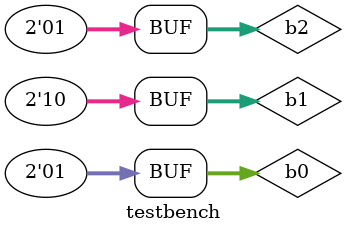
<source format=v>

module testbench();
    //reg di input rc, wire di output
    reg [1:0] b2, b1, b0;   // 3 cifre base 3, 2 bit ciascuna
    wire [4:0] y;   // 5 cifre base 2

    //instanziazione e collegamento
    sintesi_1 dut(
        .b2(b2), .b1(b1), .b0(b0),
        .y(y)
    );

    // sintesi_2 dut(
    //     .b2(b2), .b1(b1), .b0(b0),
    //     .y(y)
    // );

    //test della rete
    initial 
        begin
            // $dumpfile("waveform.vcd");
            // $dumpvars;

            b2 = 'd0; b1 = 'd0; b0 = 'd0; // apply input
            #10; // wait
            if(y !== 'd0) // check
                $display("000 -> 0 failed.");  
            else
                $display("000 -> 0 success.");

            b2 = 'd0; b1 = 'd1; b0 = 'd0;
            #10;
            if(y !== 'd3) 
                $display("010 -> 3 failed.");
            else
                $display("010 -> 3 success.");

            b2 = 'd1; b1 = 'd0; b0 = 'd0;
            #10;
            if(y !== 'd9) 
                $display("100 -> 9 failed.");
            else
                $display("100 -> 9 success.");

            b2 = 'd0; b1 = 'd2; b0 = 'd0;
            #10;
            if(y !== 'd6) 
                $display("020 -> 6 failed.");
            else
                $display("020 -> 6 success.");

            b2 = 'd1; b1 = 'd2; b0 = 'd1;
            #10;
            if(y !== 'd16) 
                $display("121 -> 16 failed.");
            else
                $display("121 -> 16 success.");
        end

endmodule
</source>
